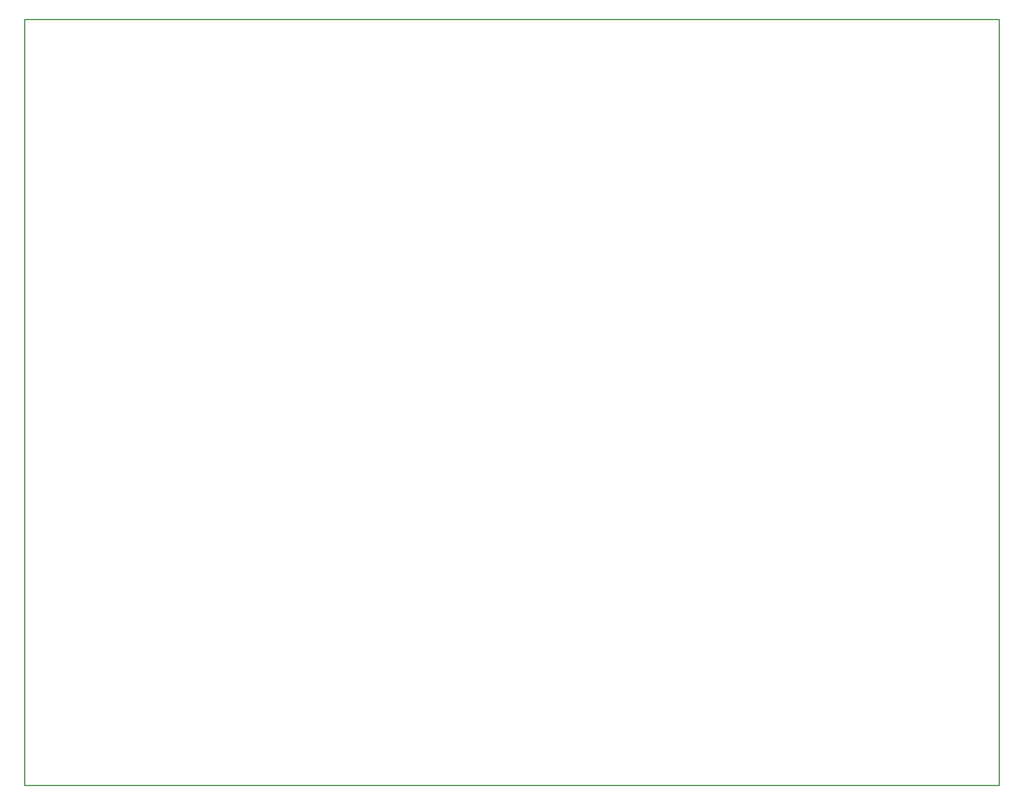
<source format=gbr>
G04 #@! TF.FileFunction,Profile,NP*
%FSLAX46Y46*%
G04 Gerber Fmt 4.6, Leading zero omitted, Abs format (unit mm)*
G04 Created by KiCad (PCBNEW 4.0.7) date 04/16/18 13:12:15*
%MOMM*%
%LPD*%
G01*
G04 APERTURE LIST*
%ADD10C,0.100000*%
%ADD11C,0.150000*%
G04 APERTURE END LIST*
D10*
D11*
X79370000Y-145540000D02*
X223020000Y-145540000D01*
X222990000Y-32640000D02*
X223020000Y-145540000D01*
X79370000Y-32640000D02*
X222990000Y-32640000D01*
X79370000Y-145540000D02*
X79370000Y-32640000D01*
M02*

</source>
